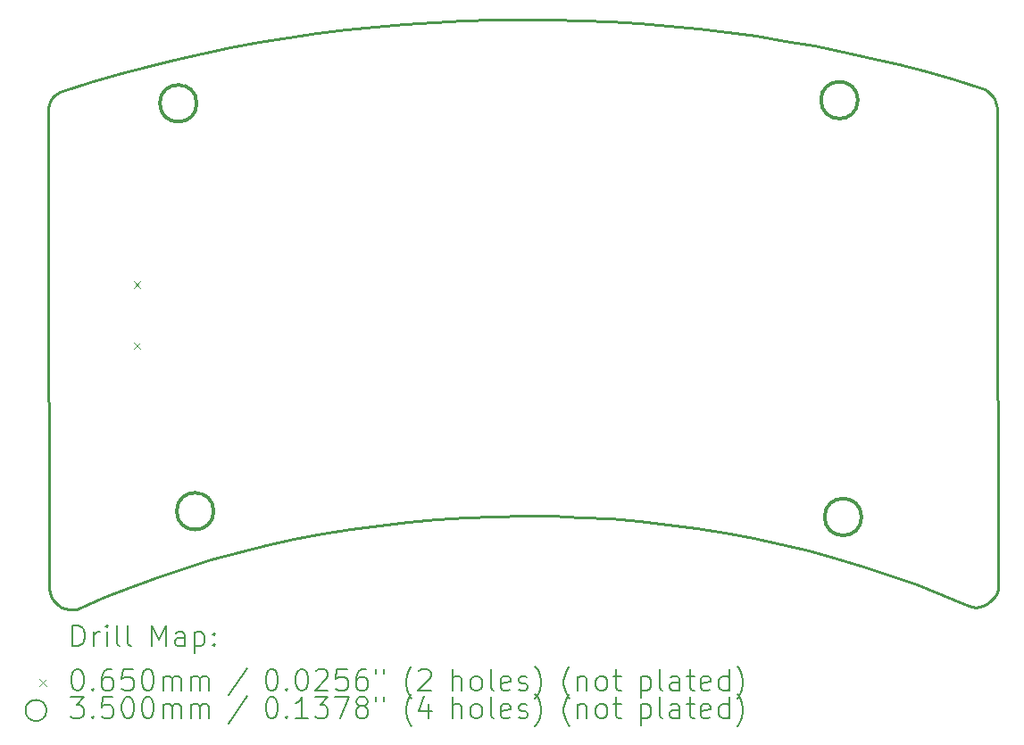
<source format=gbr>
%TF.GenerationSoftware,KiCad,Pcbnew,(7.0.0)*%
%TF.CreationDate,2023-04-13T18:09:36+05:30*%
%TF.ProjectId,smart_toilet,736d6172-745f-4746-9f69-6c65742e6b69,rev?*%
%TF.SameCoordinates,Original*%
%TF.FileFunction,Drillmap*%
%TF.FilePolarity,Positive*%
%FSLAX45Y45*%
G04 Gerber Fmt 4.5, Leading zero omitted, Abs format (unit mm)*
G04 Created by KiCad (PCBNEW (7.0.0)) date 2023-04-13 18:09:36*
%MOMM*%
%LPD*%
G01*
G04 APERTURE LIST*
%ADD10C,0.250000*%
%ADD11C,0.200000*%
%ADD12C,0.065000*%
%ADD13C,0.350000*%
G04 APERTURE END LIST*
D10*
X18764243Y-13093796D02*
X18798098Y-13104333D01*
X18833483Y-13107139D01*
X18869334Y-13102907D01*
X18904589Y-13092328D01*
X18938184Y-13076093D01*
X18969055Y-13054895D01*
X18996139Y-13029424D01*
X19018373Y-13000373D01*
X19034692Y-12968432D01*
X19044033Y-12934294D01*
X19045859Y-12910656D01*
X10033392Y-8395193D02*
X10033783Y-8537076D01*
X10034173Y-8678958D01*
X10034564Y-8820841D01*
X10034955Y-8962724D01*
X10035345Y-9104606D01*
X10035736Y-9246489D01*
X10036127Y-9388371D01*
X10036517Y-9530254D01*
X10036908Y-9672137D01*
X10037299Y-9814019D01*
X10037689Y-9955902D01*
X10038080Y-10097785D01*
X10038471Y-10239667D01*
X10038861Y-10381550D01*
X10039252Y-10523433D01*
X10039643Y-10665315D01*
X10040033Y-10807198D01*
X10040424Y-10949081D01*
X10040815Y-11090963D01*
X10041205Y-11232846D01*
X10041596Y-11374729D01*
X10041987Y-11516611D01*
X10042377Y-11658494D01*
X10042768Y-11800377D01*
X10043159Y-11942259D01*
X10043549Y-12084142D01*
X10043940Y-12226024D01*
X10044331Y-12367907D01*
X10044722Y-12509790D01*
X10045112Y-12651672D01*
X10045503Y-12793555D01*
X10045894Y-12935438D01*
X10171845Y-8204347D02*
X10144417Y-8216268D01*
X10118634Y-8233318D01*
X10095119Y-8254638D01*
X10074495Y-8279367D01*
X10057387Y-8306647D01*
X10044418Y-8335618D01*
X10036212Y-8365420D01*
X10033392Y-8395193D01*
X10045894Y-12935438D02*
X10050187Y-12970633D01*
X10062156Y-13004050D01*
X10080736Y-13035003D01*
X10104858Y-13062805D01*
X10133455Y-13086772D01*
X10165459Y-13106216D01*
X10199805Y-13120454D01*
X10235423Y-13128798D01*
X10271248Y-13130563D01*
X10306211Y-13125064D01*
X10328514Y-13117024D01*
X18893856Y-8180331D02*
X18632874Y-8100487D01*
X18369623Y-8025846D01*
X18104253Y-7956409D01*
X17836918Y-7892175D01*
X17567770Y-7833144D01*
X17296961Y-7779315D01*
X17024643Y-7730687D01*
X16750968Y-7687261D01*
X16476090Y-7649036D01*
X16200159Y-7616011D01*
X15923329Y-7588187D01*
X15645752Y-7565562D01*
X15367580Y-7548136D01*
X15088966Y-7535910D01*
X14810061Y-7528881D01*
X14531018Y-7527051D01*
X14251990Y-7530418D01*
X13973128Y-7538982D01*
X13694585Y-7552743D01*
X13416513Y-7571700D01*
X13139065Y-7595853D01*
X12862393Y-7625202D01*
X12586648Y-7659746D01*
X12311985Y-7699484D01*
X12038553Y-7744417D01*
X11766507Y-7794543D01*
X11495999Y-7849863D01*
X11227179Y-7910375D01*
X10960202Y-7976081D01*
X10695219Y-8046978D01*
X10432383Y-8123067D01*
X10171845Y-8204347D01*
X10328514Y-13117024D02*
X10570729Y-13011498D01*
X10817049Y-12912726D01*
X11067202Y-12820709D01*
X11320915Y-12735447D01*
X11577915Y-12656941D01*
X11837931Y-12585192D01*
X12100689Y-12520200D01*
X12365918Y-12461967D01*
X12633345Y-12410492D01*
X12902698Y-12365778D01*
X13173703Y-12327824D01*
X13446090Y-12296631D01*
X13719584Y-12272200D01*
X13993915Y-12254532D01*
X14268809Y-12243627D01*
X14543994Y-12239487D01*
X14819198Y-12242112D01*
X15094148Y-12251502D01*
X15368572Y-12267660D01*
X15642197Y-12290584D01*
X15914751Y-12320276D01*
X16185961Y-12356737D01*
X16455556Y-12399968D01*
X16723262Y-12449969D01*
X16988808Y-12506741D01*
X17251920Y-12570284D01*
X17512327Y-12640601D01*
X17769756Y-12717690D01*
X18023935Y-12801554D01*
X18274590Y-12892192D01*
X18521450Y-12989606D01*
X18764243Y-13093796D01*
X19033358Y-8370411D02*
X19030374Y-8340654D01*
X19022004Y-8310898D01*
X19008875Y-8281999D01*
X18991617Y-8254814D01*
X18970858Y-8230198D01*
X18947225Y-8209008D01*
X18921349Y-8192100D01*
X18893856Y-8180331D01*
X19045859Y-12910656D02*
X19045469Y-12768773D01*
X19045078Y-12626891D01*
X19044687Y-12485008D01*
X19044297Y-12343126D01*
X19043906Y-12201243D01*
X19043515Y-12059360D01*
X19043125Y-11917478D01*
X19042734Y-11775595D01*
X19042343Y-11633712D01*
X19041953Y-11491830D01*
X19041562Y-11349947D01*
X19041171Y-11208064D01*
X19040781Y-11066182D01*
X19040390Y-10924299D01*
X19039999Y-10782416D01*
X19039609Y-10640534D01*
X19039218Y-10498651D01*
X19038827Y-10356768D01*
X19038437Y-10214886D01*
X19038046Y-10073003D01*
X19037655Y-9931120D01*
X19037265Y-9789238D01*
X19036874Y-9647355D01*
X19036483Y-9505472D01*
X19036093Y-9363590D01*
X19035702Y-9221707D01*
X19035311Y-9079824D01*
X19034921Y-8937942D01*
X19034530Y-8796059D01*
X19034139Y-8654177D01*
X19033748Y-8512294D01*
X19033358Y-8370411D01*
D11*
D12*
X10847500Y-10014500D02*
X10912500Y-10079500D01*
X10912500Y-10014500D02*
X10847500Y-10079500D01*
X10847500Y-10592500D02*
X10912500Y-10657500D01*
X10912500Y-10592500D02*
X10847500Y-10657500D01*
D13*
X11445000Y-8325000D02*
G75*
G03*
X11445000Y-8325000I-175000J0D01*
G01*
X11605000Y-12195000D02*
G75*
G03*
X11605000Y-12195000I-175000J0D01*
G01*
X17715000Y-8295000D02*
G75*
G03*
X17715000Y-8295000I-175000J0D01*
G01*
X17750000Y-12250000D02*
G75*
G03*
X17750000Y-12250000I-175000J0D01*
G01*
D11*
X10268295Y-13475667D02*
X10268295Y-13275667D01*
X10268295Y-13275667D02*
X10315914Y-13275667D01*
X10315914Y-13275667D02*
X10344485Y-13285191D01*
X10344485Y-13285191D02*
X10363533Y-13304238D01*
X10363533Y-13304238D02*
X10373056Y-13323286D01*
X10373056Y-13323286D02*
X10382580Y-13361381D01*
X10382580Y-13361381D02*
X10382580Y-13389953D01*
X10382580Y-13389953D02*
X10373056Y-13428048D01*
X10373056Y-13428048D02*
X10363533Y-13447095D01*
X10363533Y-13447095D02*
X10344485Y-13466143D01*
X10344485Y-13466143D02*
X10315914Y-13475667D01*
X10315914Y-13475667D02*
X10268295Y-13475667D01*
X10468295Y-13475667D02*
X10468295Y-13342334D01*
X10468295Y-13380429D02*
X10477818Y-13361381D01*
X10477818Y-13361381D02*
X10487342Y-13351857D01*
X10487342Y-13351857D02*
X10506390Y-13342334D01*
X10506390Y-13342334D02*
X10525437Y-13342334D01*
X10592104Y-13475667D02*
X10592104Y-13342334D01*
X10592104Y-13275667D02*
X10582580Y-13285191D01*
X10582580Y-13285191D02*
X10592104Y-13294715D01*
X10592104Y-13294715D02*
X10601628Y-13285191D01*
X10601628Y-13285191D02*
X10592104Y-13275667D01*
X10592104Y-13275667D02*
X10592104Y-13294715D01*
X10715914Y-13475667D02*
X10696866Y-13466143D01*
X10696866Y-13466143D02*
X10687342Y-13447095D01*
X10687342Y-13447095D02*
X10687342Y-13275667D01*
X10820675Y-13475667D02*
X10801628Y-13466143D01*
X10801628Y-13466143D02*
X10792104Y-13447095D01*
X10792104Y-13447095D02*
X10792104Y-13275667D01*
X11016866Y-13475667D02*
X11016866Y-13275667D01*
X11016866Y-13275667D02*
X11083533Y-13418524D01*
X11083533Y-13418524D02*
X11150199Y-13275667D01*
X11150199Y-13275667D02*
X11150199Y-13475667D01*
X11331152Y-13475667D02*
X11331152Y-13370905D01*
X11331152Y-13370905D02*
X11321628Y-13351857D01*
X11321628Y-13351857D02*
X11302580Y-13342334D01*
X11302580Y-13342334D02*
X11264485Y-13342334D01*
X11264485Y-13342334D02*
X11245437Y-13351857D01*
X11331152Y-13466143D02*
X11312104Y-13475667D01*
X11312104Y-13475667D02*
X11264485Y-13475667D01*
X11264485Y-13475667D02*
X11245437Y-13466143D01*
X11245437Y-13466143D02*
X11235913Y-13447095D01*
X11235913Y-13447095D02*
X11235913Y-13428048D01*
X11235913Y-13428048D02*
X11245437Y-13409000D01*
X11245437Y-13409000D02*
X11264485Y-13399476D01*
X11264485Y-13399476D02*
X11312104Y-13399476D01*
X11312104Y-13399476D02*
X11331152Y-13389953D01*
X11426390Y-13342334D02*
X11426390Y-13542334D01*
X11426390Y-13351857D02*
X11445437Y-13342334D01*
X11445437Y-13342334D02*
X11483533Y-13342334D01*
X11483533Y-13342334D02*
X11502580Y-13351857D01*
X11502580Y-13351857D02*
X11512104Y-13361381D01*
X11512104Y-13361381D02*
X11521628Y-13380429D01*
X11521628Y-13380429D02*
X11521628Y-13437572D01*
X11521628Y-13437572D02*
X11512104Y-13456619D01*
X11512104Y-13456619D02*
X11502580Y-13466143D01*
X11502580Y-13466143D02*
X11483533Y-13475667D01*
X11483533Y-13475667D02*
X11445437Y-13475667D01*
X11445437Y-13475667D02*
X11426390Y-13466143D01*
X11607342Y-13456619D02*
X11616866Y-13466143D01*
X11616866Y-13466143D02*
X11607342Y-13475667D01*
X11607342Y-13475667D02*
X11597818Y-13466143D01*
X11597818Y-13466143D02*
X11607342Y-13456619D01*
X11607342Y-13456619D02*
X11607342Y-13475667D01*
X11607342Y-13351857D02*
X11616866Y-13361381D01*
X11616866Y-13361381D02*
X11607342Y-13370905D01*
X11607342Y-13370905D02*
X11597818Y-13361381D01*
X11597818Y-13361381D02*
X11607342Y-13351857D01*
X11607342Y-13351857D02*
X11607342Y-13370905D01*
D12*
X9955676Y-13789691D02*
X10020676Y-13854691D01*
X10020676Y-13789691D02*
X9955676Y-13854691D01*
D11*
X10306390Y-13695667D02*
X10325437Y-13695667D01*
X10325437Y-13695667D02*
X10344485Y-13705191D01*
X10344485Y-13705191D02*
X10354009Y-13714715D01*
X10354009Y-13714715D02*
X10363533Y-13733762D01*
X10363533Y-13733762D02*
X10373056Y-13771857D01*
X10373056Y-13771857D02*
X10373056Y-13819476D01*
X10373056Y-13819476D02*
X10363533Y-13857572D01*
X10363533Y-13857572D02*
X10354009Y-13876619D01*
X10354009Y-13876619D02*
X10344485Y-13886143D01*
X10344485Y-13886143D02*
X10325437Y-13895667D01*
X10325437Y-13895667D02*
X10306390Y-13895667D01*
X10306390Y-13895667D02*
X10287342Y-13886143D01*
X10287342Y-13886143D02*
X10277818Y-13876619D01*
X10277818Y-13876619D02*
X10268295Y-13857572D01*
X10268295Y-13857572D02*
X10258771Y-13819476D01*
X10258771Y-13819476D02*
X10258771Y-13771857D01*
X10258771Y-13771857D02*
X10268295Y-13733762D01*
X10268295Y-13733762D02*
X10277818Y-13714715D01*
X10277818Y-13714715D02*
X10287342Y-13705191D01*
X10287342Y-13705191D02*
X10306390Y-13695667D01*
X10458771Y-13876619D02*
X10468295Y-13886143D01*
X10468295Y-13886143D02*
X10458771Y-13895667D01*
X10458771Y-13895667D02*
X10449247Y-13886143D01*
X10449247Y-13886143D02*
X10458771Y-13876619D01*
X10458771Y-13876619D02*
X10458771Y-13895667D01*
X10639723Y-13695667D02*
X10601628Y-13695667D01*
X10601628Y-13695667D02*
X10582580Y-13705191D01*
X10582580Y-13705191D02*
X10573056Y-13714715D01*
X10573056Y-13714715D02*
X10554009Y-13743286D01*
X10554009Y-13743286D02*
X10544485Y-13781381D01*
X10544485Y-13781381D02*
X10544485Y-13857572D01*
X10544485Y-13857572D02*
X10554009Y-13876619D01*
X10554009Y-13876619D02*
X10563533Y-13886143D01*
X10563533Y-13886143D02*
X10582580Y-13895667D01*
X10582580Y-13895667D02*
X10620676Y-13895667D01*
X10620676Y-13895667D02*
X10639723Y-13886143D01*
X10639723Y-13886143D02*
X10649247Y-13876619D01*
X10649247Y-13876619D02*
X10658771Y-13857572D01*
X10658771Y-13857572D02*
X10658771Y-13809953D01*
X10658771Y-13809953D02*
X10649247Y-13790905D01*
X10649247Y-13790905D02*
X10639723Y-13781381D01*
X10639723Y-13781381D02*
X10620676Y-13771857D01*
X10620676Y-13771857D02*
X10582580Y-13771857D01*
X10582580Y-13771857D02*
X10563533Y-13781381D01*
X10563533Y-13781381D02*
X10554009Y-13790905D01*
X10554009Y-13790905D02*
X10544485Y-13809953D01*
X10839723Y-13695667D02*
X10744485Y-13695667D01*
X10744485Y-13695667D02*
X10734961Y-13790905D01*
X10734961Y-13790905D02*
X10744485Y-13781381D01*
X10744485Y-13781381D02*
X10763533Y-13771857D01*
X10763533Y-13771857D02*
X10811152Y-13771857D01*
X10811152Y-13771857D02*
X10830199Y-13781381D01*
X10830199Y-13781381D02*
X10839723Y-13790905D01*
X10839723Y-13790905D02*
X10849247Y-13809953D01*
X10849247Y-13809953D02*
X10849247Y-13857572D01*
X10849247Y-13857572D02*
X10839723Y-13876619D01*
X10839723Y-13876619D02*
X10830199Y-13886143D01*
X10830199Y-13886143D02*
X10811152Y-13895667D01*
X10811152Y-13895667D02*
X10763533Y-13895667D01*
X10763533Y-13895667D02*
X10744485Y-13886143D01*
X10744485Y-13886143D02*
X10734961Y-13876619D01*
X10973056Y-13695667D02*
X10992104Y-13695667D01*
X10992104Y-13695667D02*
X11011152Y-13705191D01*
X11011152Y-13705191D02*
X11020676Y-13714715D01*
X11020676Y-13714715D02*
X11030199Y-13733762D01*
X11030199Y-13733762D02*
X11039723Y-13771857D01*
X11039723Y-13771857D02*
X11039723Y-13819476D01*
X11039723Y-13819476D02*
X11030199Y-13857572D01*
X11030199Y-13857572D02*
X11020676Y-13876619D01*
X11020676Y-13876619D02*
X11011152Y-13886143D01*
X11011152Y-13886143D02*
X10992104Y-13895667D01*
X10992104Y-13895667D02*
X10973056Y-13895667D01*
X10973056Y-13895667D02*
X10954009Y-13886143D01*
X10954009Y-13886143D02*
X10944485Y-13876619D01*
X10944485Y-13876619D02*
X10934961Y-13857572D01*
X10934961Y-13857572D02*
X10925437Y-13819476D01*
X10925437Y-13819476D02*
X10925437Y-13771857D01*
X10925437Y-13771857D02*
X10934961Y-13733762D01*
X10934961Y-13733762D02*
X10944485Y-13714715D01*
X10944485Y-13714715D02*
X10954009Y-13705191D01*
X10954009Y-13705191D02*
X10973056Y-13695667D01*
X11125437Y-13895667D02*
X11125437Y-13762334D01*
X11125437Y-13781381D02*
X11134961Y-13771857D01*
X11134961Y-13771857D02*
X11154009Y-13762334D01*
X11154009Y-13762334D02*
X11182580Y-13762334D01*
X11182580Y-13762334D02*
X11201628Y-13771857D01*
X11201628Y-13771857D02*
X11211152Y-13790905D01*
X11211152Y-13790905D02*
X11211152Y-13895667D01*
X11211152Y-13790905D02*
X11220675Y-13771857D01*
X11220675Y-13771857D02*
X11239723Y-13762334D01*
X11239723Y-13762334D02*
X11268294Y-13762334D01*
X11268294Y-13762334D02*
X11287342Y-13771857D01*
X11287342Y-13771857D02*
X11296866Y-13790905D01*
X11296866Y-13790905D02*
X11296866Y-13895667D01*
X11392104Y-13895667D02*
X11392104Y-13762334D01*
X11392104Y-13781381D02*
X11401628Y-13771857D01*
X11401628Y-13771857D02*
X11420675Y-13762334D01*
X11420675Y-13762334D02*
X11449247Y-13762334D01*
X11449247Y-13762334D02*
X11468295Y-13771857D01*
X11468295Y-13771857D02*
X11477818Y-13790905D01*
X11477818Y-13790905D02*
X11477818Y-13895667D01*
X11477818Y-13790905D02*
X11487342Y-13771857D01*
X11487342Y-13771857D02*
X11506390Y-13762334D01*
X11506390Y-13762334D02*
X11534961Y-13762334D01*
X11534961Y-13762334D02*
X11554009Y-13771857D01*
X11554009Y-13771857D02*
X11563533Y-13790905D01*
X11563533Y-13790905D02*
X11563533Y-13895667D01*
X11921628Y-13686143D02*
X11750199Y-13943286D01*
X12146390Y-13695667D02*
X12165437Y-13695667D01*
X12165437Y-13695667D02*
X12184485Y-13705191D01*
X12184485Y-13705191D02*
X12194009Y-13714715D01*
X12194009Y-13714715D02*
X12203533Y-13733762D01*
X12203533Y-13733762D02*
X12213056Y-13771857D01*
X12213056Y-13771857D02*
X12213056Y-13819476D01*
X12213056Y-13819476D02*
X12203533Y-13857572D01*
X12203533Y-13857572D02*
X12194009Y-13876619D01*
X12194009Y-13876619D02*
X12184485Y-13886143D01*
X12184485Y-13886143D02*
X12165437Y-13895667D01*
X12165437Y-13895667D02*
X12146390Y-13895667D01*
X12146390Y-13895667D02*
X12127342Y-13886143D01*
X12127342Y-13886143D02*
X12117818Y-13876619D01*
X12117818Y-13876619D02*
X12108295Y-13857572D01*
X12108295Y-13857572D02*
X12098771Y-13819476D01*
X12098771Y-13819476D02*
X12098771Y-13771857D01*
X12098771Y-13771857D02*
X12108295Y-13733762D01*
X12108295Y-13733762D02*
X12117818Y-13714715D01*
X12117818Y-13714715D02*
X12127342Y-13705191D01*
X12127342Y-13705191D02*
X12146390Y-13695667D01*
X12298771Y-13876619D02*
X12308295Y-13886143D01*
X12308295Y-13886143D02*
X12298771Y-13895667D01*
X12298771Y-13895667D02*
X12289247Y-13886143D01*
X12289247Y-13886143D02*
X12298771Y-13876619D01*
X12298771Y-13876619D02*
X12298771Y-13895667D01*
X12432104Y-13695667D02*
X12451152Y-13695667D01*
X12451152Y-13695667D02*
X12470199Y-13705191D01*
X12470199Y-13705191D02*
X12479723Y-13714715D01*
X12479723Y-13714715D02*
X12489247Y-13733762D01*
X12489247Y-13733762D02*
X12498771Y-13771857D01*
X12498771Y-13771857D02*
X12498771Y-13819476D01*
X12498771Y-13819476D02*
X12489247Y-13857572D01*
X12489247Y-13857572D02*
X12479723Y-13876619D01*
X12479723Y-13876619D02*
X12470199Y-13886143D01*
X12470199Y-13886143D02*
X12451152Y-13895667D01*
X12451152Y-13895667D02*
X12432104Y-13895667D01*
X12432104Y-13895667D02*
X12413056Y-13886143D01*
X12413056Y-13886143D02*
X12403533Y-13876619D01*
X12403533Y-13876619D02*
X12394009Y-13857572D01*
X12394009Y-13857572D02*
X12384485Y-13819476D01*
X12384485Y-13819476D02*
X12384485Y-13771857D01*
X12384485Y-13771857D02*
X12394009Y-13733762D01*
X12394009Y-13733762D02*
X12403533Y-13714715D01*
X12403533Y-13714715D02*
X12413056Y-13705191D01*
X12413056Y-13705191D02*
X12432104Y-13695667D01*
X12574961Y-13714715D02*
X12584485Y-13705191D01*
X12584485Y-13705191D02*
X12603533Y-13695667D01*
X12603533Y-13695667D02*
X12651152Y-13695667D01*
X12651152Y-13695667D02*
X12670199Y-13705191D01*
X12670199Y-13705191D02*
X12679723Y-13714715D01*
X12679723Y-13714715D02*
X12689247Y-13733762D01*
X12689247Y-13733762D02*
X12689247Y-13752810D01*
X12689247Y-13752810D02*
X12679723Y-13781381D01*
X12679723Y-13781381D02*
X12565437Y-13895667D01*
X12565437Y-13895667D02*
X12689247Y-13895667D01*
X12870199Y-13695667D02*
X12774961Y-13695667D01*
X12774961Y-13695667D02*
X12765437Y-13790905D01*
X12765437Y-13790905D02*
X12774961Y-13781381D01*
X12774961Y-13781381D02*
X12794009Y-13771857D01*
X12794009Y-13771857D02*
X12841628Y-13771857D01*
X12841628Y-13771857D02*
X12860676Y-13781381D01*
X12860676Y-13781381D02*
X12870199Y-13790905D01*
X12870199Y-13790905D02*
X12879723Y-13809953D01*
X12879723Y-13809953D02*
X12879723Y-13857572D01*
X12879723Y-13857572D02*
X12870199Y-13876619D01*
X12870199Y-13876619D02*
X12860676Y-13886143D01*
X12860676Y-13886143D02*
X12841628Y-13895667D01*
X12841628Y-13895667D02*
X12794009Y-13895667D01*
X12794009Y-13895667D02*
X12774961Y-13886143D01*
X12774961Y-13886143D02*
X12765437Y-13876619D01*
X13051152Y-13695667D02*
X13013056Y-13695667D01*
X13013056Y-13695667D02*
X12994009Y-13705191D01*
X12994009Y-13705191D02*
X12984485Y-13714715D01*
X12984485Y-13714715D02*
X12965437Y-13743286D01*
X12965437Y-13743286D02*
X12955914Y-13781381D01*
X12955914Y-13781381D02*
X12955914Y-13857572D01*
X12955914Y-13857572D02*
X12965437Y-13876619D01*
X12965437Y-13876619D02*
X12974961Y-13886143D01*
X12974961Y-13886143D02*
X12994009Y-13895667D01*
X12994009Y-13895667D02*
X13032104Y-13895667D01*
X13032104Y-13895667D02*
X13051152Y-13886143D01*
X13051152Y-13886143D02*
X13060676Y-13876619D01*
X13060676Y-13876619D02*
X13070199Y-13857572D01*
X13070199Y-13857572D02*
X13070199Y-13809953D01*
X13070199Y-13809953D02*
X13060676Y-13790905D01*
X13060676Y-13790905D02*
X13051152Y-13781381D01*
X13051152Y-13781381D02*
X13032104Y-13771857D01*
X13032104Y-13771857D02*
X12994009Y-13771857D01*
X12994009Y-13771857D02*
X12974961Y-13781381D01*
X12974961Y-13781381D02*
X12965437Y-13790905D01*
X12965437Y-13790905D02*
X12955914Y-13809953D01*
X13146390Y-13695667D02*
X13146390Y-13733762D01*
X13222580Y-13695667D02*
X13222580Y-13733762D01*
X13485438Y-13971857D02*
X13475914Y-13962334D01*
X13475914Y-13962334D02*
X13456866Y-13933762D01*
X13456866Y-13933762D02*
X13447342Y-13914715D01*
X13447342Y-13914715D02*
X13437818Y-13886143D01*
X13437818Y-13886143D02*
X13428295Y-13838524D01*
X13428295Y-13838524D02*
X13428295Y-13800429D01*
X13428295Y-13800429D02*
X13437818Y-13752810D01*
X13437818Y-13752810D02*
X13447342Y-13724238D01*
X13447342Y-13724238D02*
X13456866Y-13705191D01*
X13456866Y-13705191D02*
X13475914Y-13676619D01*
X13475914Y-13676619D02*
X13485438Y-13667095D01*
X13552104Y-13714715D02*
X13561628Y-13705191D01*
X13561628Y-13705191D02*
X13580676Y-13695667D01*
X13580676Y-13695667D02*
X13628295Y-13695667D01*
X13628295Y-13695667D02*
X13647342Y-13705191D01*
X13647342Y-13705191D02*
X13656866Y-13714715D01*
X13656866Y-13714715D02*
X13666390Y-13733762D01*
X13666390Y-13733762D02*
X13666390Y-13752810D01*
X13666390Y-13752810D02*
X13656866Y-13781381D01*
X13656866Y-13781381D02*
X13542580Y-13895667D01*
X13542580Y-13895667D02*
X13666390Y-13895667D01*
X13872104Y-13895667D02*
X13872104Y-13695667D01*
X13957818Y-13895667D02*
X13957818Y-13790905D01*
X13957818Y-13790905D02*
X13948295Y-13771857D01*
X13948295Y-13771857D02*
X13929247Y-13762334D01*
X13929247Y-13762334D02*
X13900676Y-13762334D01*
X13900676Y-13762334D02*
X13881628Y-13771857D01*
X13881628Y-13771857D02*
X13872104Y-13781381D01*
X14081628Y-13895667D02*
X14062580Y-13886143D01*
X14062580Y-13886143D02*
X14053057Y-13876619D01*
X14053057Y-13876619D02*
X14043533Y-13857572D01*
X14043533Y-13857572D02*
X14043533Y-13800429D01*
X14043533Y-13800429D02*
X14053057Y-13781381D01*
X14053057Y-13781381D02*
X14062580Y-13771857D01*
X14062580Y-13771857D02*
X14081628Y-13762334D01*
X14081628Y-13762334D02*
X14110199Y-13762334D01*
X14110199Y-13762334D02*
X14129247Y-13771857D01*
X14129247Y-13771857D02*
X14138771Y-13781381D01*
X14138771Y-13781381D02*
X14148295Y-13800429D01*
X14148295Y-13800429D02*
X14148295Y-13857572D01*
X14148295Y-13857572D02*
X14138771Y-13876619D01*
X14138771Y-13876619D02*
X14129247Y-13886143D01*
X14129247Y-13886143D02*
X14110199Y-13895667D01*
X14110199Y-13895667D02*
X14081628Y-13895667D01*
X14262580Y-13895667D02*
X14243533Y-13886143D01*
X14243533Y-13886143D02*
X14234009Y-13867095D01*
X14234009Y-13867095D02*
X14234009Y-13695667D01*
X14414961Y-13886143D02*
X14395914Y-13895667D01*
X14395914Y-13895667D02*
X14357818Y-13895667D01*
X14357818Y-13895667D02*
X14338771Y-13886143D01*
X14338771Y-13886143D02*
X14329247Y-13867095D01*
X14329247Y-13867095D02*
X14329247Y-13790905D01*
X14329247Y-13790905D02*
X14338771Y-13771857D01*
X14338771Y-13771857D02*
X14357818Y-13762334D01*
X14357818Y-13762334D02*
X14395914Y-13762334D01*
X14395914Y-13762334D02*
X14414961Y-13771857D01*
X14414961Y-13771857D02*
X14424485Y-13790905D01*
X14424485Y-13790905D02*
X14424485Y-13809953D01*
X14424485Y-13809953D02*
X14329247Y-13829000D01*
X14500676Y-13886143D02*
X14519723Y-13895667D01*
X14519723Y-13895667D02*
X14557818Y-13895667D01*
X14557818Y-13895667D02*
X14576866Y-13886143D01*
X14576866Y-13886143D02*
X14586390Y-13867095D01*
X14586390Y-13867095D02*
X14586390Y-13857572D01*
X14586390Y-13857572D02*
X14576866Y-13838524D01*
X14576866Y-13838524D02*
X14557818Y-13829000D01*
X14557818Y-13829000D02*
X14529247Y-13829000D01*
X14529247Y-13829000D02*
X14510199Y-13819476D01*
X14510199Y-13819476D02*
X14500676Y-13800429D01*
X14500676Y-13800429D02*
X14500676Y-13790905D01*
X14500676Y-13790905D02*
X14510199Y-13771857D01*
X14510199Y-13771857D02*
X14529247Y-13762334D01*
X14529247Y-13762334D02*
X14557818Y-13762334D01*
X14557818Y-13762334D02*
X14576866Y-13771857D01*
X14653057Y-13971857D02*
X14662580Y-13962334D01*
X14662580Y-13962334D02*
X14681628Y-13933762D01*
X14681628Y-13933762D02*
X14691152Y-13914715D01*
X14691152Y-13914715D02*
X14700676Y-13886143D01*
X14700676Y-13886143D02*
X14710199Y-13838524D01*
X14710199Y-13838524D02*
X14710199Y-13800429D01*
X14710199Y-13800429D02*
X14700676Y-13752810D01*
X14700676Y-13752810D02*
X14691152Y-13724238D01*
X14691152Y-13724238D02*
X14681628Y-13705191D01*
X14681628Y-13705191D02*
X14662580Y-13676619D01*
X14662580Y-13676619D02*
X14653057Y-13667095D01*
X14982580Y-13971857D02*
X14973057Y-13962334D01*
X14973057Y-13962334D02*
X14954009Y-13933762D01*
X14954009Y-13933762D02*
X14944485Y-13914715D01*
X14944485Y-13914715D02*
X14934961Y-13886143D01*
X14934961Y-13886143D02*
X14925438Y-13838524D01*
X14925438Y-13838524D02*
X14925438Y-13800429D01*
X14925438Y-13800429D02*
X14934961Y-13752810D01*
X14934961Y-13752810D02*
X14944485Y-13724238D01*
X14944485Y-13724238D02*
X14954009Y-13705191D01*
X14954009Y-13705191D02*
X14973057Y-13676619D01*
X14973057Y-13676619D02*
X14982580Y-13667095D01*
X15058771Y-13762334D02*
X15058771Y-13895667D01*
X15058771Y-13781381D02*
X15068295Y-13771857D01*
X15068295Y-13771857D02*
X15087342Y-13762334D01*
X15087342Y-13762334D02*
X15115914Y-13762334D01*
X15115914Y-13762334D02*
X15134961Y-13771857D01*
X15134961Y-13771857D02*
X15144485Y-13790905D01*
X15144485Y-13790905D02*
X15144485Y-13895667D01*
X15268295Y-13895667D02*
X15249247Y-13886143D01*
X15249247Y-13886143D02*
X15239723Y-13876619D01*
X15239723Y-13876619D02*
X15230199Y-13857572D01*
X15230199Y-13857572D02*
X15230199Y-13800429D01*
X15230199Y-13800429D02*
X15239723Y-13781381D01*
X15239723Y-13781381D02*
X15249247Y-13771857D01*
X15249247Y-13771857D02*
X15268295Y-13762334D01*
X15268295Y-13762334D02*
X15296866Y-13762334D01*
X15296866Y-13762334D02*
X15315914Y-13771857D01*
X15315914Y-13771857D02*
X15325438Y-13781381D01*
X15325438Y-13781381D02*
X15334961Y-13800429D01*
X15334961Y-13800429D02*
X15334961Y-13857572D01*
X15334961Y-13857572D02*
X15325438Y-13876619D01*
X15325438Y-13876619D02*
X15315914Y-13886143D01*
X15315914Y-13886143D02*
X15296866Y-13895667D01*
X15296866Y-13895667D02*
X15268295Y-13895667D01*
X15392104Y-13762334D02*
X15468295Y-13762334D01*
X15420676Y-13695667D02*
X15420676Y-13867095D01*
X15420676Y-13867095D02*
X15430199Y-13886143D01*
X15430199Y-13886143D02*
X15449247Y-13895667D01*
X15449247Y-13895667D02*
X15468295Y-13895667D01*
X15654961Y-13762334D02*
X15654961Y-13962334D01*
X15654961Y-13771857D02*
X15674009Y-13762334D01*
X15674009Y-13762334D02*
X15712104Y-13762334D01*
X15712104Y-13762334D02*
X15731152Y-13771857D01*
X15731152Y-13771857D02*
X15740676Y-13781381D01*
X15740676Y-13781381D02*
X15750199Y-13800429D01*
X15750199Y-13800429D02*
X15750199Y-13857572D01*
X15750199Y-13857572D02*
X15740676Y-13876619D01*
X15740676Y-13876619D02*
X15731152Y-13886143D01*
X15731152Y-13886143D02*
X15712104Y-13895667D01*
X15712104Y-13895667D02*
X15674009Y-13895667D01*
X15674009Y-13895667D02*
X15654961Y-13886143D01*
X15864485Y-13895667D02*
X15845438Y-13886143D01*
X15845438Y-13886143D02*
X15835914Y-13867095D01*
X15835914Y-13867095D02*
X15835914Y-13695667D01*
X16026390Y-13895667D02*
X16026390Y-13790905D01*
X16026390Y-13790905D02*
X16016866Y-13771857D01*
X16016866Y-13771857D02*
X15997819Y-13762334D01*
X15997819Y-13762334D02*
X15959723Y-13762334D01*
X15959723Y-13762334D02*
X15940676Y-13771857D01*
X16026390Y-13886143D02*
X16007342Y-13895667D01*
X16007342Y-13895667D02*
X15959723Y-13895667D01*
X15959723Y-13895667D02*
X15940676Y-13886143D01*
X15940676Y-13886143D02*
X15931152Y-13867095D01*
X15931152Y-13867095D02*
X15931152Y-13848048D01*
X15931152Y-13848048D02*
X15940676Y-13829000D01*
X15940676Y-13829000D02*
X15959723Y-13819476D01*
X15959723Y-13819476D02*
X16007342Y-13819476D01*
X16007342Y-13819476D02*
X16026390Y-13809953D01*
X16093057Y-13762334D02*
X16169247Y-13762334D01*
X16121628Y-13695667D02*
X16121628Y-13867095D01*
X16121628Y-13867095D02*
X16131152Y-13886143D01*
X16131152Y-13886143D02*
X16150199Y-13895667D01*
X16150199Y-13895667D02*
X16169247Y-13895667D01*
X16312104Y-13886143D02*
X16293057Y-13895667D01*
X16293057Y-13895667D02*
X16254961Y-13895667D01*
X16254961Y-13895667D02*
X16235914Y-13886143D01*
X16235914Y-13886143D02*
X16226390Y-13867095D01*
X16226390Y-13867095D02*
X16226390Y-13790905D01*
X16226390Y-13790905D02*
X16235914Y-13771857D01*
X16235914Y-13771857D02*
X16254961Y-13762334D01*
X16254961Y-13762334D02*
X16293057Y-13762334D01*
X16293057Y-13762334D02*
X16312104Y-13771857D01*
X16312104Y-13771857D02*
X16321628Y-13790905D01*
X16321628Y-13790905D02*
X16321628Y-13809953D01*
X16321628Y-13809953D02*
X16226390Y-13829000D01*
X16493057Y-13895667D02*
X16493057Y-13695667D01*
X16493057Y-13886143D02*
X16474009Y-13895667D01*
X16474009Y-13895667D02*
X16435914Y-13895667D01*
X16435914Y-13895667D02*
X16416866Y-13886143D01*
X16416866Y-13886143D02*
X16407342Y-13876619D01*
X16407342Y-13876619D02*
X16397819Y-13857572D01*
X16397819Y-13857572D02*
X16397819Y-13800429D01*
X16397819Y-13800429D02*
X16407342Y-13781381D01*
X16407342Y-13781381D02*
X16416866Y-13771857D01*
X16416866Y-13771857D02*
X16435914Y-13762334D01*
X16435914Y-13762334D02*
X16474009Y-13762334D01*
X16474009Y-13762334D02*
X16493057Y-13771857D01*
X16569247Y-13971857D02*
X16578771Y-13962334D01*
X16578771Y-13962334D02*
X16597819Y-13933762D01*
X16597819Y-13933762D02*
X16607342Y-13914715D01*
X16607342Y-13914715D02*
X16616866Y-13886143D01*
X16616866Y-13886143D02*
X16626390Y-13838524D01*
X16626390Y-13838524D02*
X16626390Y-13800429D01*
X16626390Y-13800429D02*
X16616866Y-13752810D01*
X16616866Y-13752810D02*
X16607342Y-13724238D01*
X16607342Y-13724238D02*
X16597819Y-13705191D01*
X16597819Y-13705191D02*
X16578771Y-13676619D01*
X16578771Y-13676619D02*
X16569247Y-13667095D01*
X10020676Y-14086191D02*
G75*
G03*
X10020676Y-14086191I-100000J0D01*
G01*
X10249247Y-13959667D02*
X10373056Y-13959667D01*
X10373056Y-13959667D02*
X10306390Y-14035857D01*
X10306390Y-14035857D02*
X10334961Y-14035857D01*
X10334961Y-14035857D02*
X10354009Y-14045381D01*
X10354009Y-14045381D02*
X10363533Y-14054905D01*
X10363533Y-14054905D02*
X10373056Y-14073953D01*
X10373056Y-14073953D02*
X10373056Y-14121572D01*
X10373056Y-14121572D02*
X10363533Y-14140619D01*
X10363533Y-14140619D02*
X10354009Y-14150143D01*
X10354009Y-14150143D02*
X10334961Y-14159667D01*
X10334961Y-14159667D02*
X10277818Y-14159667D01*
X10277818Y-14159667D02*
X10258771Y-14150143D01*
X10258771Y-14150143D02*
X10249247Y-14140619D01*
X10458771Y-14140619D02*
X10468295Y-14150143D01*
X10468295Y-14150143D02*
X10458771Y-14159667D01*
X10458771Y-14159667D02*
X10449247Y-14150143D01*
X10449247Y-14150143D02*
X10458771Y-14140619D01*
X10458771Y-14140619D02*
X10458771Y-14159667D01*
X10649247Y-13959667D02*
X10554009Y-13959667D01*
X10554009Y-13959667D02*
X10544485Y-14054905D01*
X10544485Y-14054905D02*
X10554009Y-14045381D01*
X10554009Y-14045381D02*
X10573056Y-14035857D01*
X10573056Y-14035857D02*
X10620676Y-14035857D01*
X10620676Y-14035857D02*
X10639723Y-14045381D01*
X10639723Y-14045381D02*
X10649247Y-14054905D01*
X10649247Y-14054905D02*
X10658771Y-14073953D01*
X10658771Y-14073953D02*
X10658771Y-14121572D01*
X10658771Y-14121572D02*
X10649247Y-14140619D01*
X10649247Y-14140619D02*
X10639723Y-14150143D01*
X10639723Y-14150143D02*
X10620676Y-14159667D01*
X10620676Y-14159667D02*
X10573056Y-14159667D01*
X10573056Y-14159667D02*
X10554009Y-14150143D01*
X10554009Y-14150143D02*
X10544485Y-14140619D01*
X10782580Y-13959667D02*
X10801628Y-13959667D01*
X10801628Y-13959667D02*
X10820676Y-13969191D01*
X10820676Y-13969191D02*
X10830199Y-13978715D01*
X10830199Y-13978715D02*
X10839723Y-13997762D01*
X10839723Y-13997762D02*
X10849247Y-14035857D01*
X10849247Y-14035857D02*
X10849247Y-14083476D01*
X10849247Y-14083476D02*
X10839723Y-14121572D01*
X10839723Y-14121572D02*
X10830199Y-14140619D01*
X10830199Y-14140619D02*
X10820676Y-14150143D01*
X10820676Y-14150143D02*
X10801628Y-14159667D01*
X10801628Y-14159667D02*
X10782580Y-14159667D01*
X10782580Y-14159667D02*
X10763533Y-14150143D01*
X10763533Y-14150143D02*
X10754009Y-14140619D01*
X10754009Y-14140619D02*
X10744485Y-14121572D01*
X10744485Y-14121572D02*
X10734961Y-14083476D01*
X10734961Y-14083476D02*
X10734961Y-14035857D01*
X10734961Y-14035857D02*
X10744485Y-13997762D01*
X10744485Y-13997762D02*
X10754009Y-13978715D01*
X10754009Y-13978715D02*
X10763533Y-13969191D01*
X10763533Y-13969191D02*
X10782580Y-13959667D01*
X10973056Y-13959667D02*
X10992104Y-13959667D01*
X10992104Y-13959667D02*
X11011152Y-13969191D01*
X11011152Y-13969191D02*
X11020676Y-13978715D01*
X11020676Y-13978715D02*
X11030199Y-13997762D01*
X11030199Y-13997762D02*
X11039723Y-14035857D01*
X11039723Y-14035857D02*
X11039723Y-14083476D01*
X11039723Y-14083476D02*
X11030199Y-14121572D01*
X11030199Y-14121572D02*
X11020676Y-14140619D01*
X11020676Y-14140619D02*
X11011152Y-14150143D01*
X11011152Y-14150143D02*
X10992104Y-14159667D01*
X10992104Y-14159667D02*
X10973056Y-14159667D01*
X10973056Y-14159667D02*
X10954009Y-14150143D01*
X10954009Y-14150143D02*
X10944485Y-14140619D01*
X10944485Y-14140619D02*
X10934961Y-14121572D01*
X10934961Y-14121572D02*
X10925437Y-14083476D01*
X10925437Y-14083476D02*
X10925437Y-14035857D01*
X10925437Y-14035857D02*
X10934961Y-13997762D01*
X10934961Y-13997762D02*
X10944485Y-13978715D01*
X10944485Y-13978715D02*
X10954009Y-13969191D01*
X10954009Y-13969191D02*
X10973056Y-13959667D01*
X11125437Y-14159667D02*
X11125437Y-14026334D01*
X11125437Y-14045381D02*
X11134961Y-14035857D01*
X11134961Y-14035857D02*
X11154009Y-14026334D01*
X11154009Y-14026334D02*
X11182580Y-14026334D01*
X11182580Y-14026334D02*
X11201628Y-14035857D01*
X11201628Y-14035857D02*
X11211152Y-14054905D01*
X11211152Y-14054905D02*
X11211152Y-14159667D01*
X11211152Y-14054905D02*
X11220675Y-14035857D01*
X11220675Y-14035857D02*
X11239723Y-14026334D01*
X11239723Y-14026334D02*
X11268294Y-14026334D01*
X11268294Y-14026334D02*
X11287342Y-14035857D01*
X11287342Y-14035857D02*
X11296866Y-14054905D01*
X11296866Y-14054905D02*
X11296866Y-14159667D01*
X11392104Y-14159667D02*
X11392104Y-14026334D01*
X11392104Y-14045381D02*
X11401628Y-14035857D01*
X11401628Y-14035857D02*
X11420675Y-14026334D01*
X11420675Y-14026334D02*
X11449247Y-14026334D01*
X11449247Y-14026334D02*
X11468295Y-14035857D01*
X11468295Y-14035857D02*
X11477818Y-14054905D01*
X11477818Y-14054905D02*
X11477818Y-14159667D01*
X11477818Y-14054905D02*
X11487342Y-14035857D01*
X11487342Y-14035857D02*
X11506390Y-14026334D01*
X11506390Y-14026334D02*
X11534961Y-14026334D01*
X11534961Y-14026334D02*
X11554009Y-14035857D01*
X11554009Y-14035857D02*
X11563533Y-14054905D01*
X11563533Y-14054905D02*
X11563533Y-14159667D01*
X11921628Y-13950143D02*
X11750199Y-14207286D01*
X12146390Y-13959667D02*
X12165437Y-13959667D01*
X12165437Y-13959667D02*
X12184485Y-13969191D01*
X12184485Y-13969191D02*
X12194009Y-13978715D01*
X12194009Y-13978715D02*
X12203533Y-13997762D01*
X12203533Y-13997762D02*
X12213056Y-14035857D01*
X12213056Y-14035857D02*
X12213056Y-14083476D01*
X12213056Y-14083476D02*
X12203533Y-14121572D01*
X12203533Y-14121572D02*
X12194009Y-14140619D01*
X12194009Y-14140619D02*
X12184485Y-14150143D01*
X12184485Y-14150143D02*
X12165437Y-14159667D01*
X12165437Y-14159667D02*
X12146390Y-14159667D01*
X12146390Y-14159667D02*
X12127342Y-14150143D01*
X12127342Y-14150143D02*
X12117818Y-14140619D01*
X12117818Y-14140619D02*
X12108295Y-14121572D01*
X12108295Y-14121572D02*
X12098771Y-14083476D01*
X12098771Y-14083476D02*
X12098771Y-14035857D01*
X12098771Y-14035857D02*
X12108295Y-13997762D01*
X12108295Y-13997762D02*
X12117818Y-13978715D01*
X12117818Y-13978715D02*
X12127342Y-13969191D01*
X12127342Y-13969191D02*
X12146390Y-13959667D01*
X12298771Y-14140619D02*
X12308295Y-14150143D01*
X12308295Y-14150143D02*
X12298771Y-14159667D01*
X12298771Y-14159667D02*
X12289247Y-14150143D01*
X12289247Y-14150143D02*
X12298771Y-14140619D01*
X12298771Y-14140619D02*
X12298771Y-14159667D01*
X12498771Y-14159667D02*
X12384485Y-14159667D01*
X12441628Y-14159667D02*
X12441628Y-13959667D01*
X12441628Y-13959667D02*
X12422580Y-13988238D01*
X12422580Y-13988238D02*
X12403533Y-14007286D01*
X12403533Y-14007286D02*
X12384485Y-14016810D01*
X12565437Y-13959667D02*
X12689247Y-13959667D01*
X12689247Y-13959667D02*
X12622580Y-14035857D01*
X12622580Y-14035857D02*
X12651152Y-14035857D01*
X12651152Y-14035857D02*
X12670199Y-14045381D01*
X12670199Y-14045381D02*
X12679723Y-14054905D01*
X12679723Y-14054905D02*
X12689247Y-14073953D01*
X12689247Y-14073953D02*
X12689247Y-14121572D01*
X12689247Y-14121572D02*
X12679723Y-14140619D01*
X12679723Y-14140619D02*
X12670199Y-14150143D01*
X12670199Y-14150143D02*
X12651152Y-14159667D01*
X12651152Y-14159667D02*
X12594009Y-14159667D01*
X12594009Y-14159667D02*
X12574961Y-14150143D01*
X12574961Y-14150143D02*
X12565437Y-14140619D01*
X12755914Y-13959667D02*
X12889247Y-13959667D01*
X12889247Y-13959667D02*
X12803533Y-14159667D01*
X12994009Y-14045381D02*
X12974961Y-14035857D01*
X12974961Y-14035857D02*
X12965437Y-14026334D01*
X12965437Y-14026334D02*
X12955914Y-14007286D01*
X12955914Y-14007286D02*
X12955914Y-13997762D01*
X12955914Y-13997762D02*
X12965437Y-13978715D01*
X12965437Y-13978715D02*
X12974961Y-13969191D01*
X12974961Y-13969191D02*
X12994009Y-13959667D01*
X12994009Y-13959667D02*
X13032104Y-13959667D01*
X13032104Y-13959667D02*
X13051152Y-13969191D01*
X13051152Y-13969191D02*
X13060676Y-13978715D01*
X13060676Y-13978715D02*
X13070199Y-13997762D01*
X13070199Y-13997762D02*
X13070199Y-14007286D01*
X13070199Y-14007286D02*
X13060676Y-14026334D01*
X13060676Y-14026334D02*
X13051152Y-14035857D01*
X13051152Y-14035857D02*
X13032104Y-14045381D01*
X13032104Y-14045381D02*
X12994009Y-14045381D01*
X12994009Y-14045381D02*
X12974961Y-14054905D01*
X12974961Y-14054905D02*
X12965437Y-14064429D01*
X12965437Y-14064429D02*
X12955914Y-14083476D01*
X12955914Y-14083476D02*
X12955914Y-14121572D01*
X12955914Y-14121572D02*
X12965437Y-14140619D01*
X12965437Y-14140619D02*
X12974961Y-14150143D01*
X12974961Y-14150143D02*
X12994009Y-14159667D01*
X12994009Y-14159667D02*
X13032104Y-14159667D01*
X13032104Y-14159667D02*
X13051152Y-14150143D01*
X13051152Y-14150143D02*
X13060676Y-14140619D01*
X13060676Y-14140619D02*
X13070199Y-14121572D01*
X13070199Y-14121572D02*
X13070199Y-14083476D01*
X13070199Y-14083476D02*
X13060676Y-14064429D01*
X13060676Y-14064429D02*
X13051152Y-14054905D01*
X13051152Y-14054905D02*
X13032104Y-14045381D01*
X13146390Y-13959667D02*
X13146390Y-13997762D01*
X13222580Y-13959667D02*
X13222580Y-13997762D01*
X13485438Y-14235857D02*
X13475914Y-14226334D01*
X13475914Y-14226334D02*
X13456866Y-14197762D01*
X13456866Y-14197762D02*
X13447342Y-14178715D01*
X13447342Y-14178715D02*
X13437818Y-14150143D01*
X13437818Y-14150143D02*
X13428295Y-14102524D01*
X13428295Y-14102524D02*
X13428295Y-14064429D01*
X13428295Y-14064429D02*
X13437818Y-14016810D01*
X13437818Y-14016810D02*
X13447342Y-13988238D01*
X13447342Y-13988238D02*
X13456866Y-13969191D01*
X13456866Y-13969191D02*
X13475914Y-13940619D01*
X13475914Y-13940619D02*
X13485438Y-13931095D01*
X13647342Y-14026334D02*
X13647342Y-14159667D01*
X13599723Y-13950143D02*
X13552104Y-14093000D01*
X13552104Y-14093000D02*
X13675914Y-14093000D01*
X13872104Y-14159667D02*
X13872104Y-13959667D01*
X13957818Y-14159667D02*
X13957818Y-14054905D01*
X13957818Y-14054905D02*
X13948295Y-14035857D01*
X13948295Y-14035857D02*
X13929247Y-14026334D01*
X13929247Y-14026334D02*
X13900676Y-14026334D01*
X13900676Y-14026334D02*
X13881628Y-14035857D01*
X13881628Y-14035857D02*
X13872104Y-14045381D01*
X14081628Y-14159667D02*
X14062580Y-14150143D01*
X14062580Y-14150143D02*
X14053057Y-14140619D01*
X14053057Y-14140619D02*
X14043533Y-14121572D01*
X14043533Y-14121572D02*
X14043533Y-14064429D01*
X14043533Y-14064429D02*
X14053057Y-14045381D01*
X14053057Y-14045381D02*
X14062580Y-14035857D01*
X14062580Y-14035857D02*
X14081628Y-14026334D01*
X14081628Y-14026334D02*
X14110199Y-14026334D01*
X14110199Y-14026334D02*
X14129247Y-14035857D01*
X14129247Y-14035857D02*
X14138771Y-14045381D01*
X14138771Y-14045381D02*
X14148295Y-14064429D01*
X14148295Y-14064429D02*
X14148295Y-14121572D01*
X14148295Y-14121572D02*
X14138771Y-14140619D01*
X14138771Y-14140619D02*
X14129247Y-14150143D01*
X14129247Y-14150143D02*
X14110199Y-14159667D01*
X14110199Y-14159667D02*
X14081628Y-14159667D01*
X14262580Y-14159667D02*
X14243533Y-14150143D01*
X14243533Y-14150143D02*
X14234009Y-14131095D01*
X14234009Y-14131095D02*
X14234009Y-13959667D01*
X14414961Y-14150143D02*
X14395914Y-14159667D01*
X14395914Y-14159667D02*
X14357818Y-14159667D01*
X14357818Y-14159667D02*
X14338771Y-14150143D01*
X14338771Y-14150143D02*
X14329247Y-14131095D01*
X14329247Y-14131095D02*
X14329247Y-14054905D01*
X14329247Y-14054905D02*
X14338771Y-14035857D01*
X14338771Y-14035857D02*
X14357818Y-14026334D01*
X14357818Y-14026334D02*
X14395914Y-14026334D01*
X14395914Y-14026334D02*
X14414961Y-14035857D01*
X14414961Y-14035857D02*
X14424485Y-14054905D01*
X14424485Y-14054905D02*
X14424485Y-14073953D01*
X14424485Y-14073953D02*
X14329247Y-14093000D01*
X14500676Y-14150143D02*
X14519723Y-14159667D01*
X14519723Y-14159667D02*
X14557818Y-14159667D01*
X14557818Y-14159667D02*
X14576866Y-14150143D01*
X14576866Y-14150143D02*
X14586390Y-14131095D01*
X14586390Y-14131095D02*
X14586390Y-14121572D01*
X14586390Y-14121572D02*
X14576866Y-14102524D01*
X14576866Y-14102524D02*
X14557818Y-14093000D01*
X14557818Y-14093000D02*
X14529247Y-14093000D01*
X14529247Y-14093000D02*
X14510199Y-14083476D01*
X14510199Y-14083476D02*
X14500676Y-14064429D01*
X14500676Y-14064429D02*
X14500676Y-14054905D01*
X14500676Y-14054905D02*
X14510199Y-14035857D01*
X14510199Y-14035857D02*
X14529247Y-14026334D01*
X14529247Y-14026334D02*
X14557818Y-14026334D01*
X14557818Y-14026334D02*
X14576866Y-14035857D01*
X14653057Y-14235857D02*
X14662580Y-14226334D01*
X14662580Y-14226334D02*
X14681628Y-14197762D01*
X14681628Y-14197762D02*
X14691152Y-14178715D01*
X14691152Y-14178715D02*
X14700676Y-14150143D01*
X14700676Y-14150143D02*
X14710199Y-14102524D01*
X14710199Y-14102524D02*
X14710199Y-14064429D01*
X14710199Y-14064429D02*
X14700676Y-14016810D01*
X14700676Y-14016810D02*
X14691152Y-13988238D01*
X14691152Y-13988238D02*
X14681628Y-13969191D01*
X14681628Y-13969191D02*
X14662580Y-13940619D01*
X14662580Y-13940619D02*
X14653057Y-13931095D01*
X14982580Y-14235857D02*
X14973057Y-14226334D01*
X14973057Y-14226334D02*
X14954009Y-14197762D01*
X14954009Y-14197762D02*
X14944485Y-14178715D01*
X14944485Y-14178715D02*
X14934961Y-14150143D01*
X14934961Y-14150143D02*
X14925438Y-14102524D01*
X14925438Y-14102524D02*
X14925438Y-14064429D01*
X14925438Y-14064429D02*
X14934961Y-14016810D01*
X14934961Y-14016810D02*
X14944485Y-13988238D01*
X14944485Y-13988238D02*
X14954009Y-13969191D01*
X14954009Y-13969191D02*
X14973057Y-13940619D01*
X14973057Y-13940619D02*
X14982580Y-13931095D01*
X15058771Y-14026334D02*
X15058771Y-14159667D01*
X15058771Y-14045381D02*
X15068295Y-14035857D01*
X15068295Y-14035857D02*
X15087342Y-14026334D01*
X15087342Y-14026334D02*
X15115914Y-14026334D01*
X15115914Y-14026334D02*
X15134961Y-14035857D01*
X15134961Y-14035857D02*
X15144485Y-14054905D01*
X15144485Y-14054905D02*
X15144485Y-14159667D01*
X15268295Y-14159667D02*
X15249247Y-14150143D01*
X15249247Y-14150143D02*
X15239723Y-14140619D01*
X15239723Y-14140619D02*
X15230199Y-14121572D01*
X15230199Y-14121572D02*
X15230199Y-14064429D01*
X15230199Y-14064429D02*
X15239723Y-14045381D01*
X15239723Y-14045381D02*
X15249247Y-14035857D01*
X15249247Y-14035857D02*
X15268295Y-14026334D01*
X15268295Y-14026334D02*
X15296866Y-14026334D01*
X15296866Y-14026334D02*
X15315914Y-14035857D01*
X15315914Y-14035857D02*
X15325438Y-14045381D01*
X15325438Y-14045381D02*
X15334961Y-14064429D01*
X15334961Y-14064429D02*
X15334961Y-14121572D01*
X15334961Y-14121572D02*
X15325438Y-14140619D01*
X15325438Y-14140619D02*
X15315914Y-14150143D01*
X15315914Y-14150143D02*
X15296866Y-14159667D01*
X15296866Y-14159667D02*
X15268295Y-14159667D01*
X15392104Y-14026334D02*
X15468295Y-14026334D01*
X15420676Y-13959667D02*
X15420676Y-14131095D01*
X15420676Y-14131095D02*
X15430199Y-14150143D01*
X15430199Y-14150143D02*
X15449247Y-14159667D01*
X15449247Y-14159667D02*
X15468295Y-14159667D01*
X15654961Y-14026334D02*
X15654961Y-14226334D01*
X15654961Y-14035857D02*
X15674009Y-14026334D01*
X15674009Y-14026334D02*
X15712104Y-14026334D01*
X15712104Y-14026334D02*
X15731152Y-14035857D01*
X15731152Y-14035857D02*
X15740676Y-14045381D01*
X15740676Y-14045381D02*
X15750199Y-14064429D01*
X15750199Y-14064429D02*
X15750199Y-14121572D01*
X15750199Y-14121572D02*
X15740676Y-14140619D01*
X15740676Y-14140619D02*
X15731152Y-14150143D01*
X15731152Y-14150143D02*
X15712104Y-14159667D01*
X15712104Y-14159667D02*
X15674009Y-14159667D01*
X15674009Y-14159667D02*
X15654961Y-14150143D01*
X15864485Y-14159667D02*
X15845438Y-14150143D01*
X15845438Y-14150143D02*
X15835914Y-14131095D01*
X15835914Y-14131095D02*
X15835914Y-13959667D01*
X16026390Y-14159667D02*
X16026390Y-14054905D01*
X16026390Y-14054905D02*
X16016866Y-14035857D01*
X16016866Y-14035857D02*
X15997819Y-14026334D01*
X15997819Y-14026334D02*
X15959723Y-14026334D01*
X15959723Y-14026334D02*
X15940676Y-14035857D01*
X16026390Y-14150143D02*
X16007342Y-14159667D01*
X16007342Y-14159667D02*
X15959723Y-14159667D01*
X15959723Y-14159667D02*
X15940676Y-14150143D01*
X15940676Y-14150143D02*
X15931152Y-14131095D01*
X15931152Y-14131095D02*
X15931152Y-14112048D01*
X15931152Y-14112048D02*
X15940676Y-14093000D01*
X15940676Y-14093000D02*
X15959723Y-14083476D01*
X15959723Y-14083476D02*
X16007342Y-14083476D01*
X16007342Y-14083476D02*
X16026390Y-14073953D01*
X16093057Y-14026334D02*
X16169247Y-14026334D01*
X16121628Y-13959667D02*
X16121628Y-14131095D01*
X16121628Y-14131095D02*
X16131152Y-14150143D01*
X16131152Y-14150143D02*
X16150199Y-14159667D01*
X16150199Y-14159667D02*
X16169247Y-14159667D01*
X16312104Y-14150143D02*
X16293057Y-14159667D01*
X16293057Y-14159667D02*
X16254961Y-14159667D01*
X16254961Y-14159667D02*
X16235914Y-14150143D01*
X16235914Y-14150143D02*
X16226390Y-14131095D01*
X16226390Y-14131095D02*
X16226390Y-14054905D01*
X16226390Y-14054905D02*
X16235914Y-14035857D01*
X16235914Y-14035857D02*
X16254961Y-14026334D01*
X16254961Y-14026334D02*
X16293057Y-14026334D01*
X16293057Y-14026334D02*
X16312104Y-14035857D01*
X16312104Y-14035857D02*
X16321628Y-14054905D01*
X16321628Y-14054905D02*
X16321628Y-14073953D01*
X16321628Y-14073953D02*
X16226390Y-14093000D01*
X16493057Y-14159667D02*
X16493057Y-13959667D01*
X16493057Y-14150143D02*
X16474009Y-14159667D01*
X16474009Y-14159667D02*
X16435914Y-14159667D01*
X16435914Y-14159667D02*
X16416866Y-14150143D01*
X16416866Y-14150143D02*
X16407342Y-14140619D01*
X16407342Y-14140619D02*
X16397819Y-14121572D01*
X16397819Y-14121572D02*
X16397819Y-14064429D01*
X16397819Y-14064429D02*
X16407342Y-14045381D01*
X16407342Y-14045381D02*
X16416866Y-14035857D01*
X16416866Y-14035857D02*
X16435914Y-14026334D01*
X16435914Y-14026334D02*
X16474009Y-14026334D01*
X16474009Y-14026334D02*
X16493057Y-14035857D01*
X16569247Y-14235857D02*
X16578771Y-14226334D01*
X16578771Y-14226334D02*
X16597819Y-14197762D01*
X16597819Y-14197762D02*
X16607342Y-14178715D01*
X16607342Y-14178715D02*
X16616866Y-14150143D01*
X16616866Y-14150143D02*
X16626390Y-14102524D01*
X16626390Y-14102524D02*
X16626390Y-14064429D01*
X16626390Y-14064429D02*
X16616866Y-14016810D01*
X16616866Y-14016810D02*
X16607342Y-13988238D01*
X16607342Y-13988238D02*
X16597819Y-13969191D01*
X16597819Y-13969191D02*
X16578771Y-13940619D01*
X16578771Y-13940619D02*
X16569247Y-13931095D01*
M02*

</source>
